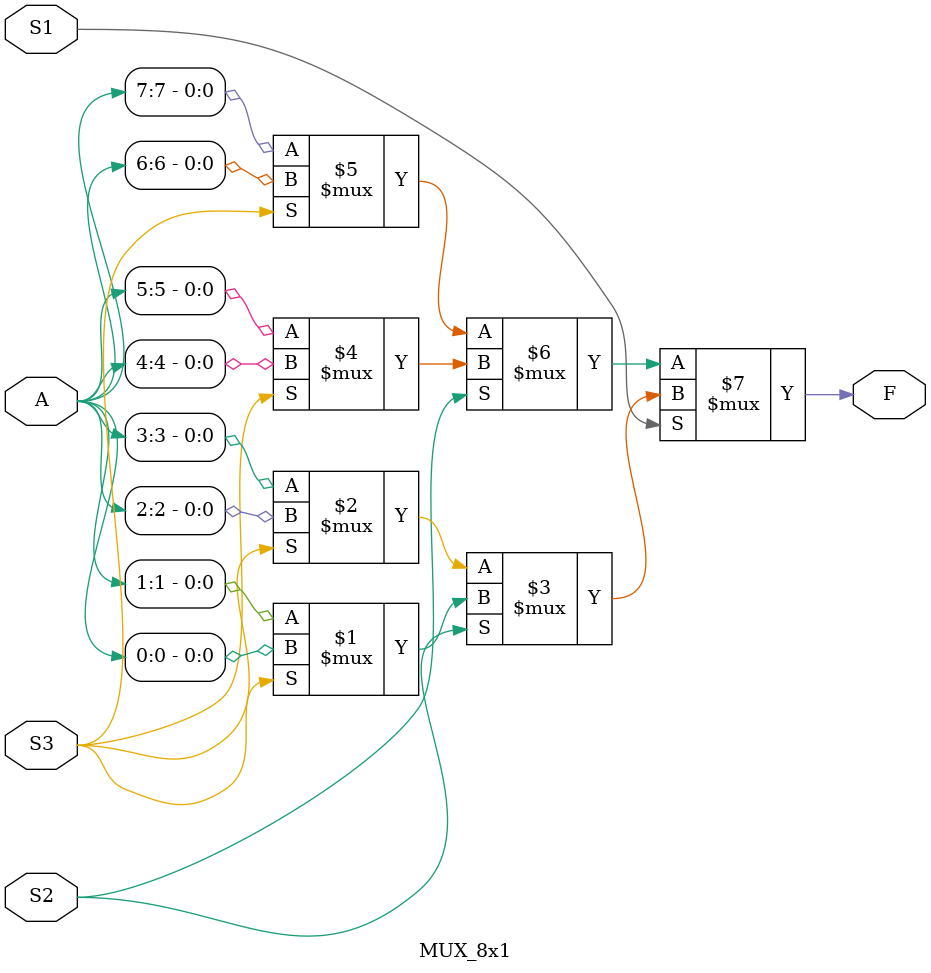
<source format=v>
module MUX_8x1(
    input [7:0] A,
    input S1, S2, S3,
    output F
);

assign F = S1 ? (S2 ? (S3 ? A[0] : A[1]) : (S3 ? A[2] : A[3])) : (S2 ? (S3 ? A[4] : A[5]) : (S3 ? A[6] : A[7]));
endmodule

</source>
